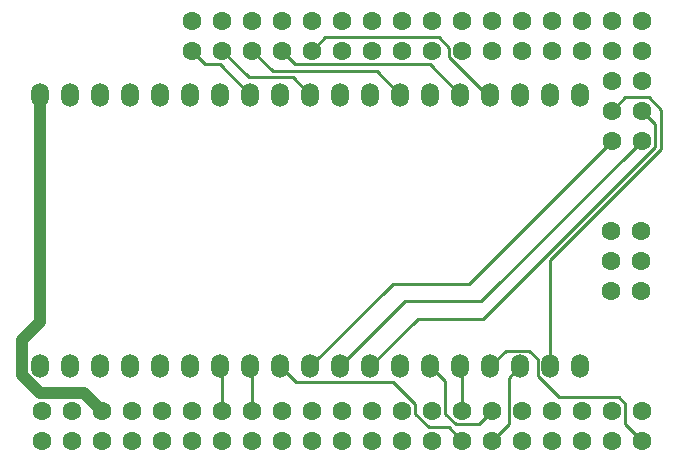
<source format=gbr>
%TF.GenerationSoftware,KiCad,Pcbnew,(5.1.6)-1*%
%TF.CreationDate,2022-06-29T11:00:19-07:00*%
%TF.ProjectId,ESP32 Adapter Board,45535033-3220-4416-9461-707465722042,rev?*%
%TF.SameCoordinates,Original*%
%TF.FileFunction,Copper,L1,Top*%
%TF.FilePolarity,Positive*%
%FSLAX46Y46*%
G04 Gerber Fmt 4.6, Leading zero omitted, Abs format (unit mm)*
G04 Created by KiCad (PCBNEW (5.1.6)-1) date 2022-06-29 11:00:19*
%MOMM*%
%LPD*%
G01*
G04 APERTURE LIST*
%TA.AperFunction,ComponentPad*%
%ADD10O,1.500000X2.000000*%
%TD*%
%TA.AperFunction,ComponentPad*%
%ADD11C,1.600000*%
%TD*%
%TA.AperFunction,Conductor*%
%ADD12C,0.250000*%
%TD*%
%TA.AperFunction,Conductor*%
%ADD13C,1.000000*%
%TD*%
G04 APERTURE END LIST*
D10*
%TO.P,U1,38*%
%TO.N,GND*%
X187000000Y-83500000D03*
%TO.P,U1,37*%
%TO.N,MOSI*%
X184460000Y-83500000D03*
%TO.P,U1,36*%
%TO.N,SCL*%
X181920000Y-83500000D03*
%TO.P,U1,35*%
%TO.N,BUS_CONNECT_SIGNAL*%
X179380000Y-83500000D03*
%TO.P,U1,34*%
%TO.N,STATUS_CHECK*%
X176840000Y-83500000D03*
%TO.P,U1,33*%
%TO.N,SDA*%
X174300000Y-83500000D03*
%TO.P,U1,32*%
%TO.N,GND*%
X171760000Y-83500000D03*
%TO.P,U1,31*%
%TO.N,MISO*%
X169220000Y-83500000D03*
%TO.P,U1,30*%
%TO.N,SCK*%
X166680000Y-83500000D03*
%TO.P,U1,29*%
%TO.N,CS*%
X164140000Y-83500000D03*
%TO.P,U1,28*%
%TO.N,EXTERNAL_INTERRUPT*%
X161600000Y-83500000D03*
%TO.P,U1,27*%
%TO.N,CHARGE_CONTROL_SIGNAL*%
X159060000Y-83500000D03*
%TO.P,U1,26*%
%TO.N,DATA*%
X156520000Y-83500000D03*
%TO.P,U1,25*%
%TO.N,Net-(U1-Pad25)*%
X153980000Y-83500000D03*
%TO.P,U1,24*%
%TO.N,Net-(U1-Pad24)*%
X151440000Y-83500000D03*
%TO.P,U1,23*%
%TO.N,Net-(U1-Pad23)*%
X148900000Y-83500000D03*
%TO.P,U1,22*%
%TO.N,Net-(U1-Pad22)*%
X146360000Y-83500000D03*
%TO.P,U1,21*%
%TO.N,Net-(U1-Pad21)*%
X143820000Y-83500000D03*
%TO.P,U1,20*%
%TO.N,Net-(U1-Pad20)*%
X141280000Y-83500000D03*
%TO.P,U1,19*%
%TO.N,5V*%
X141280000Y-60500000D03*
%TO.P,U1,18*%
%TO.N,Net-(U1-Pad18)*%
X143820000Y-60500000D03*
%TO.P,U1,17*%
%TO.N,Net-(U1-Pad17)*%
X146360000Y-60500000D03*
%TO.P,U1,16*%
%TO.N,Net-(U1-Pad16)*%
X148900000Y-60500000D03*
%TO.P,U1,15*%
%TO.N,Net-(U1-Pad15)*%
X151440000Y-60500000D03*
%TO.P,U1,14*%
%TO.N,GND*%
X153980000Y-60500000D03*
%TO.P,U1,13*%
%TO.N,A0*%
X156520000Y-60500000D03*
%TO.P,U1,12*%
%TO.N,A1*%
X159060000Y-60500000D03*
%TO.P,U1,11*%
%TO.N,A2*%
X161600000Y-60500000D03*
%TO.P,U1,10*%
%TO.N,A3*%
X164140000Y-60500000D03*
%TO.P,U1,9*%
%TO.N,A4*%
X166680000Y-60500000D03*
%TO.P,U1,8*%
%TO.N,Net-(U1-Pad8)*%
X169220000Y-60500000D03*
%TO.P,U1,7*%
%TO.N,A5*%
X171760000Y-60500000D03*
%TO.P,U1,6*%
%TO.N,A6*%
X174300000Y-60500000D03*
%TO.P,U1,5*%
%TO.N,A7*%
X176840000Y-60500000D03*
%TO.P,U1,4*%
%TO.N,A9*%
X179380000Y-60500000D03*
%TO.P,U1,3*%
%TO.N,A8*%
X181920000Y-60500000D03*
%TO.P,U1,2*%
%TO.N,Net-(U1-Pad2)*%
X184460000Y-60500000D03*
%TO.P,U1,1*%
%TO.N,3V3*%
X187000000Y-60500000D03*
%TD*%
D11*
%TO.P,U2,74*%
%TO.N,Net-(U2-Pad74)*%
X192229999Y-56760000D03*
%TO.P,U2,73*%
%TO.N,Net-(U2-Pad73)*%
X192229999Y-54220000D03*
%TO.P,U2,72*%
%TO.N,Net-(U2-Pad72)*%
X189689999Y-56760000D03*
%TO.P,U2,71*%
%TO.N,Net-(U2-Pad71)*%
X189689999Y-54220000D03*
%TO.P,U2,70*%
%TO.N,Net-(U2-Pad70)*%
X187149999Y-56760000D03*
%TO.P,U2,69*%
%TO.N,Net-(U2-Pad69)*%
X187149999Y-54220000D03*
%TO.P,U2,68*%
%TO.N,Net-(U2-Pad68)*%
X184609999Y-56760000D03*
%TO.P,U2,67*%
%TO.N,Net-(U2-Pad67)*%
X184609999Y-54220000D03*
%TO.P,U2,66*%
%TO.N,Net-(U2-Pad66)*%
X182069999Y-56760000D03*
%TO.P,U2,65*%
%TO.N,Net-(U2-Pad65)*%
X182069999Y-54220000D03*
%TO.P,U2,64*%
%TO.N,Net-(U2-Pad64)*%
X179529999Y-56760000D03*
%TO.P,U2,63*%
%TO.N,Net-(U2-Pad63)*%
X179529999Y-54220000D03*
%TO.P,U2,62*%
%TO.N,Net-(U2-Pad62)*%
X176989999Y-56760000D03*
%TO.P,U2,61*%
%TO.N,Net-(U2-Pad61)*%
X176989999Y-54220000D03*
%TO.P,U2,60*%
%TO.N,Net-(U2-Pad60)*%
X174449999Y-56760000D03*
%TO.P,U2,59*%
%TO.N,Net-(U2-Pad59)*%
X174449999Y-54220000D03*
%TO.P,U2,58*%
%TO.N,A15*%
X171909999Y-56760000D03*
%TO.P,U2,57*%
%TO.N,Net-(U2-Pad57)*%
X171909999Y-54220000D03*
%TO.P,U2,56*%
%TO.N,Net-(U2-Pad56)*%
X169369999Y-56760000D03*
%TO.P,U2,55*%
%TO.N,Net-(U2-Pad55)*%
X169369999Y-54220000D03*
%TO.P,U2,54*%
%TO.N,Net-(U2-Pad54)*%
X166829999Y-56760000D03*
%TO.P,U2,53*%
%TO.N,Net-(U2-Pad53)*%
X166829999Y-54220000D03*
%TO.P,U2,52*%
%TO.N,A9*%
X164289999Y-56760000D03*
%TO.P,U2,51*%
%TO.N,A8*%
X164289999Y-54220000D03*
%TO.P,U2,50*%
%TO.N,A7*%
X161749999Y-56760000D03*
%TO.P,U2,49*%
%TO.N,A6*%
X161749999Y-54220000D03*
%TO.P,U2,48*%
%TO.N,A5*%
X159209999Y-56760000D03*
%TO.P,U2,47*%
%TO.N,A4*%
X159209999Y-54220000D03*
%TO.P,U2,46*%
%TO.N,A3*%
X156669999Y-56760000D03*
%TO.P,U2,45*%
%TO.N,A2*%
X156669999Y-54220000D03*
%TO.P,U2,44*%
%TO.N,A1*%
X154129999Y-56760000D03*
%TO.P,U2,42*%
%TO.N,BUS_CONNECT_SIGNAL*%
X192229999Y-89780000D03*
%TO.P,U2,41*%
%TO.N,Net-(U2-Pad41)*%
X192229999Y-87240000D03*
%TO.P,U2,40*%
%TO.N,Net-(U2-Pad40)*%
X189689999Y-89780000D03*
%TO.P,U2,39*%
%TO.N,Net-(U2-Pad39)*%
X189689999Y-87240000D03*
%TO.P,U2,38*%
%TO.N,Net-(U2-Pad38)*%
X187149999Y-89780000D03*
%TO.P,U2,37*%
%TO.N,Net-(U2-Pad37)*%
X187149999Y-87240000D03*
%TO.P,U2,36*%
%TO.N,Net-(U2-Pad36)*%
X184609999Y-89780000D03*
%TO.P,U2,35*%
%TO.N,Net-(U2-Pad35)*%
X184609999Y-87240000D03*
%TO.P,U2,34*%
%TO.N,Net-(U2-Pad34)*%
X182069999Y-89780000D03*
%TO.P,U2,33*%
%TO.N,Net-(U2-Pad33)*%
X182069999Y-87240000D03*
%TO.P,U2,32*%
%TO.N,SCL*%
X179529999Y-89780000D03*
%TO.P,U2,31*%
%TO.N,SDA*%
X179529999Y-87240000D03*
%TO.P,U2,30*%
%TO.N,EXTERNAL_INTERRUPT*%
X176989999Y-89780000D03*
%TO.P,U2,29*%
%TO.N,STATUS_CHECK*%
X176989999Y-87240000D03*
%TO.P,U2,28*%
%TO.N,Net-(U2-Pad28)*%
X174449999Y-89780000D03*
%TO.P,U2,27*%
%TO.N,Net-(U2-Pad27)*%
X174449999Y-87240000D03*
%TO.P,U2,26*%
%TO.N,Net-(U2-Pad26)*%
X171909999Y-89780000D03*
%TO.P,U2,25*%
%TO.N,Net-(U2-Pad25)*%
X171909999Y-87240000D03*
%TO.P,U2,24*%
%TO.N,Net-(U2-Pad24)*%
X169369999Y-89780000D03*
%TO.P,U2,23*%
%TO.N,Net-(U2-Pad23)*%
X169369999Y-87240000D03*
%TO.P,U2,22*%
%TO.N,Net-(U2-Pad22)*%
X166829999Y-89780000D03*
%TO.P,U2,21*%
%TO.N,Net-(U2-Pad21)*%
X166829999Y-87240000D03*
%TO.P,U2,20*%
%TO.N,Net-(U2-Pad20)*%
X164289999Y-89780000D03*
%TO.P,U2,19*%
%TO.N,Net-(U2-Pad19)*%
X164289999Y-87240000D03*
%TO.P,U2,18*%
%TO.N,D7*%
X161749999Y-89780000D03*
%TO.P,U2,17*%
%TO.N,D6*%
X161749999Y-87240000D03*
%TO.P,U2,16*%
%TO.N,Net-(U2-Pad16)*%
X159209999Y-89780000D03*
%TO.P,U2,15*%
%TO.N,CHARGE_CONTROL_SIGNAL*%
X159209999Y-87240000D03*
%TO.P,U2,14*%
%TO.N,Net-(U2-Pad14)*%
X156669999Y-89780000D03*
%TO.P,U2,13*%
%TO.N,DATA*%
X156669999Y-87240000D03*
%TO.P,U2,12*%
%TO.N,Net-(U2-Pad12)*%
X154129999Y-89780000D03*
%TO.P,U2,11*%
%TO.N,Net-(U2-Pad11)*%
X154129999Y-87240000D03*
%TO.P,U2,10*%
%TO.N,Net-(U2-Pad10)*%
X151589999Y-89780000D03*
%TO.P,U2,9*%
%TO.N,AREF*%
X151589999Y-87240000D03*
%TO.P,U2,8*%
%TO.N,3V3*%
X149049999Y-89780000D03*
%TO.P,U2,7*%
X149049999Y-87240000D03*
%TO.P,U2,6*%
%TO.N,5V*%
X146509999Y-89780000D03*
%TO.P,U2,5*%
X146509999Y-87240000D03*
%TO.P,U2,4*%
%TO.N,GND*%
X143969999Y-89780000D03*
%TO.P,U2,3*%
X143969999Y-87240000D03*
%TO.P,U2,2*%
%TO.N,Net-(U2-Pad2)*%
X141429999Y-89780000D03*
%TO.P,U2,85*%
%TO.N,Net-(U2-Pad85)*%
X192169999Y-77080000D03*
%TO.P,U2,83*%
%TO.N,Net-(U2-Pad83)*%
X192169999Y-74540000D03*
%TO.P,U2,81*%
%TO.N,Net-(U2-Pad81)*%
X192169999Y-72000000D03*
%TO.P,U2,86*%
%TO.N,Net-(U2-Pad86)*%
X189629999Y-77080000D03*
%TO.P,U2,84*%
%TO.N,Net-(U2-Pad84)*%
X189629999Y-74540000D03*
%TO.P,U2,82*%
%TO.N,Net-(U2-Pad82)*%
X189629999Y-72000000D03*
%TO.P,U2,79*%
%TO.N,SCK*%
X192229999Y-64380000D03*
%TO.P,U2,77*%
%TO.N,MISO*%
X192229999Y-61840000D03*
%TO.P,U2,75*%
%TO.N,Net-(U2-Pad75)*%
X192229999Y-59300000D03*
%TO.P,U2,80*%
%TO.N,CS*%
X189689999Y-64380000D03*
%TO.P,U2,78*%
%TO.N,MOSI*%
X189689999Y-61840000D03*
%TO.P,U2,76*%
%TO.N,Net-(U2-Pad76)*%
X189689999Y-59300000D03*
%TO.P,U2,43*%
%TO.N,A0*%
X154129999Y-54220000D03*
%TO.P,U2,1*%
%TO.N,Net-(U2-Pad1)*%
X141429999Y-87240000D03*
%TD*%
D12*
%TO.N,SCL*%
X180944998Y-88365001D02*
X179529999Y-89780000D01*
X180944998Y-84475002D02*
X180944998Y-88365001D01*
X181920000Y-83500000D02*
X180944998Y-84475002D01*
%TO.N,SDA*%
X176449998Y-88365001D02*
X178404998Y-88365001D01*
X178404998Y-88365001D02*
X179529999Y-87240000D01*
X175575000Y-87490003D02*
X176449998Y-88365001D01*
X175575000Y-84775000D02*
X175575000Y-87490003D01*
X174300000Y-83500000D02*
X175575000Y-84775000D01*
%TO.N,MISO*%
X193355000Y-64920001D02*
X178775001Y-79500000D01*
X192229999Y-61840000D02*
X193355000Y-62965001D01*
X173220000Y-79500000D02*
X169220000Y-83500000D01*
X178775001Y-79500000D02*
X173220000Y-79500000D01*
X193355000Y-62965001D02*
X193355000Y-64920001D01*
%TO.N,SCK*%
X192229999Y-64380000D02*
X178609999Y-78000000D01*
X172180000Y-78000000D02*
X166680000Y-83500000D01*
X178609999Y-78000000D02*
X172180000Y-78000000D01*
%TO.N,CS*%
X171140000Y-76500000D02*
X164140000Y-83500000D01*
X189689999Y-64380000D02*
X177569999Y-76500000D01*
X177569999Y-76500000D02*
X171140000Y-76500000D01*
%TO.N,EXTERNAL_INTERRUPT*%
X162925010Y-84825010D02*
X161600000Y-83500000D01*
X173035000Y-86699999D02*
X171160011Y-84825010D01*
X173035000Y-87490003D02*
X173035000Y-86699999D01*
X174199996Y-88654999D02*
X173035000Y-87490003D01*
X175864998Y-88654999D02*
X174199996Y-88654999D01*
X171160011Y-84825010D02*
X162925010Y-84825010D01*
X176989999Y-89780000D02*
X175864998Y-88654999D01*
%TO.N,CHARGE_CONTROL_SIGNAL*%
X159209999Y-83649999D02*
X159060000Y-83500000D01*
X159209999Y-87240000D02*
X159209999Y-83649999D01*
%TO.N,BUS_CONNECT_SIGNAL*%
X190815000Y-86699999D02*
X190815000Y-88365001D01*
X190815000Y-88365001D02*
X192229999Y-89780000D01*
X185150000Y-86114999D02*
X190230000Y-86114999D01*
X183384990Y-82884990D02*
X183384990Y-84349989D01*
X182674990Y-82174990D02*
X183384990Y-82884990D01*
X190230000Y-86114999D02*
X190815000Y-86699999D01*
X183384990Y-84349989D02*
X185150000Y-86114999D01*
X180705010Y-82174990D02*
X182674990Y-82174990D01*
X179380000Y-83500000D02*
X180705010Y-82174990D01*
%TO.N,DATA*%
X156669999Y-83649999D02*
X156520000Y-83500000D01*
X156669999Y-87240000D02*
X156669999Y-83649999D01*
%TO.N,STATUS_CHECK*%
X176989999Y-83649999D02*
X176840000Y-83500000D01*
X176989999Y-87240000D02*
X176989999Y-83649999D01*
D13*
%TO.N,5V*%
X145009998Y-85739999D02*
X141219376Y-85739999D01*
X146509999Y-87240000D02*
X145009998Y-85739999D01*
X141280000Y-79720000D02*
X141280000Y-60500000D01*
X141219376Y-85739999D02*
X139725010Y-84245633D01*
X139725010Y-84245633D02*
X139725010Y-81274990D01*
X139725010Y-81274990D02*
X141280000Y-79720000D01*
D12*
%TO.N,A9*%
X179064997Y-60500000D02*
X179380000Y-60500000D01*
X175864998Y-56509997D02*
X175864998Y-57300001D01*
X174990000Y-55634999D02*
X175864998Y-56509997D01*
X165415000Y-55634999D02*
X174990000Y-55634999D01*
X175864998Y-57300001D02*
X179064997Y-60500000D01*
X164289999Y-56760000D02*
X165415000Y-55634999D01*
%TO.N,A7*%
X174225001Y-57885001D02*
X176840000Y-60500000D01*
X162875000Y-57885001D02*
X174225001Y-57885001D01*
X161749999Y-56760000D02*
X162875000Y-57885001D01*
%TO.N,A5*%
X159209999Y-56760000D02*
X160949999Y-58500000D01*
X169760000Y-58500000D02*
X171760000Y-60500000D01*
X160949999Y-58500000D02*
X169760000Y-58500000D01*
%TO.N,A3*%
X162640000Y-59000000D02*
X164140000Y-60500000D01*
X156669999Y-56760000D02*
X158909999Y-59000000D01*
X158909999Y-59000000D02*
X162640000Y-59000000D01*
%TO.N,A1*%
X156445001Y-57885001D02*
X159060000Y-60500000D01*
X155255000Y-57885001D02*
X156445001Y-57885001D01*
X154129999Y-56760000D02*
X155255000Y-57885001D01*
%TO.N,MOSI*%
X190815000Y-60714999D02*
X189689999Y-61840000D01*
X192770000Y-60714999D02*
X190815000Y-60714999D01*
X193805010Y-61750009D02*
X192770000Y-60714999D01*
X193805010Y-65106401D02*
X193805010Y-61750009D01*
X184460000Y-74451411D02*
X193805010Y-65106401D01*
X184460000Y-83500000D02*
X184460000Y-74451411D01*
%TD*%
M02*

</source>
